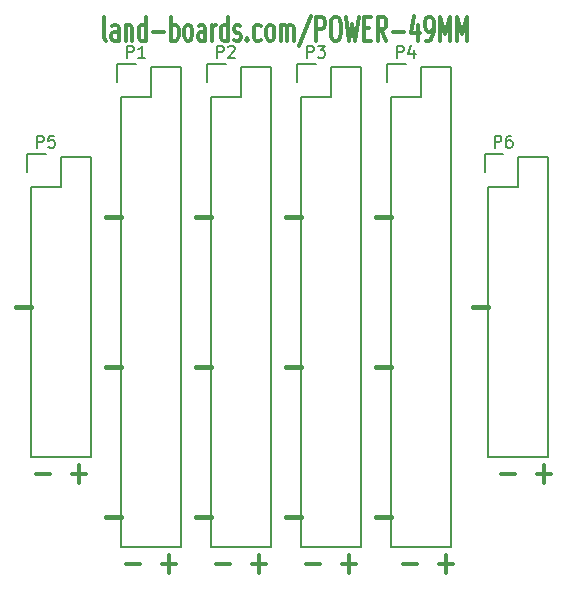
<source format=gto>
G04 #@! TF.FileFunction,Legend,Top*
%FSLAX46Y46*%
G04 Gerber Fmt 4.6, Leading zero omitted, Abs format (unit mm)*
G04 Created by KiCad (PCBNEW (after 2015-mar-04 BZR unknown)-product) date 4/26/2015 5:00:49 PM*
%MOMM*%
G01*
G04 APERTURE LIST*
%ADD10C,0.150000*%
%ADD11C,0.381000*%
%ADD12C,0.304800*%
G04 APERTURE END LIST*
D10*
D11*
X33020000Y-43180000D02*
X31750000Y-43180000D01*
X25400000Y-43180000D02*
X24130000Y-43180000D01*
X17780000Y-43180000D02*
X16510000Y-43180000D01*
X9525000Y-43180000D02*
X8890000Y-43180000D01*
X10160000Y-43180000D02*
X9525000Y-43180000D01*
X41275000Y-25400000D02*
X40005000Y-25400000D01*
X33020000Y-30480000D02*
X31750000Y-30480000D01*
X33020000Y-17780000D02*
X31750000Y-17780000D01*
X25400000Y-30480000D02*
X24130000Y-30480000D01*
X25400000Y-17780000D02*
X24130000Y-17780000D01*
X17780000Y-30480000D02*
X16510000Y-30480000D01*
X17780000Y-17780000D02*
X16510000Y-17780000D01*
X10160000Y-30480000D02*
X8890000Y-30480000D01*
X10160000Y-17780000D02*
X8890000Y-17780000D01*
X2540000Y-25400000D02*
X1270000Y-25400000D01*
D12*
X25835429Y-47135143D02*
X26996572Y-47135143D01*
X28883429Y-47135143D02*
X30044572Y-47135143D01*
X29464001Y-47909238D02*
X29464001Y-46361048D01*
X18215429Y-47135143D02*
X19376572Y-47135143D01*
X21263429Y-47135143D02*
X22424572Y-47135143D01*
X21844001Y-47909238D02*
X21844001Y-46361048D01*
X42345429Y-39515143D02*
X43506572Y-39515143D01*
X45393429Y-39515143D02*
X46554572Y-39515143D01*
X45974001Y-40289238D02*
X45974001Y-38741048D01*
X34090429Y-47135143D02*
X35251572Y-47135143D01*
X37138429Y-47135143D02*
X38299572Y-47135143D01*
X37719001Y-47909238D02*
X37719001Y-46361048D01*
X10595429Y-47135143D02*
X11756572Y-47135143D01*
X13643429Y-47135143D02*
X14804572Y-47135143D01*
X14224001Y-47909238D02*
X14224001Y-46361048D01*
X2975429Y-39515143D02*
X4136572Y-39515143D01*
X6023429Y-39515143D02*
X7184572Y-39515143D01*
X6604001Y-40289238D02*
X6604001Y-38741048D01*
X8950475Y-2824238D02*
X8829522Y-2727476D01*
X8769046Y-2533952D01*
X8769046Y-792238D01*
X9978570Y-2824238D02*
X9978570Y-1759857D01*
X9918093Y-1566333D01*
X9797141Y-1469571D01*
X9555236Y-1469571D01*
X9434284Y-1566333D01*
X9978570Y-2727476D02*
X9857617Y-2824238D01*
X9555236Y-2824238D01*
X9434284Y-2727476D01*
X9373808Y-2533952D01*
X9373808Y-2340429D01*
X9434284Y-2146905D01*
X9555236Y-2050143D01*
X9857617Y-2050143D01*
X9978570Y-1953381D01*
X10583332Y-1469571D02*
X10583332Y-2824238D01*
X10583332Y-1663095D02*
X10643808Y-1566333D01*
X10764761Y-1469571D01*
X10946189Y-1469571D01*
X11067141Y-1566333D01*
X11127618Y-1759857D01*
X11127618Y-2824238D01*
X12276666Y-2824238D02*
X12276666Y-792238D01*
X12276666Y-2727476D02*
X12155713Y-2824238D01*
X11913809Y-2824238D01*
X11792856Y-2727476D01*
X11732380Y-2630714D01*
X11671904Y-2437190D01*
X11671904Y-1856619D01*
X11732380Y-1663095D01*
X11792856Y-1566333D01*
X11913809Y-1469571D01*
X12155713Y-1469571D01*
X12276666Y-1566333D01*
X12881428Y-2050143D02*
X13849047Y-2050143D01*
X14453809Y-2824238D02*
X14453809Y-792238D01*
X14453809Y-1566333D02*
X14574761Y-1469571D01*
X14816666Y-1469571D01*
X14937618Y-1566333D01*
X14998095Y-1663095D01*
X15058571Y-1856619D01*
X15058571Y-2437190D01*
X14998095Y-2630714D01*
X14937618Y-2727476D01*
X14816666Y-2824238D01*
X14574761Y-2824238D01*
X14453809Y-2727476D01*
X15784286Y-2824238D02*
X15663333Y-2727476D01*
X15602857Y-2630714D01*
X15542381Y-2437190D01*
X15542381Y-1856619D01*
X15602857Y-1663095D01*
X15663333Y-1566333D01*
X15784286Y-1469571D01*
X15965714Y-1469571D01*
X16086666Y-1566333D01*
X16147143Y-1663095D01*
X16207619Y-1856619D01*
X16207619Y-2437190D01*
X16147143Y-2630714D01*
X16086666Y-2727476D01*
X15965714Y-2824238D01*
X15784286Y-2824238D01*
X17296191Y-2824238D02*
X17296191Y-1759857D01*
X17235714Y-1566333D01*
X17114762Y-1469571D01*
X16872857Y-1469571D01*
X16751905Y-1566333D01*
X17296191Y-2727476D02*
X17175238Y-2824238D01*
X16872857Y-2824238D01*
X16751905Y-2727476D01*
X16691429Y-2533952D01*
X16691429Y-2340429D01*
X16751905Y-2146905D01*
X16872857Y-2050143D01*
X17175238Y-2050143D01*
X17296191Y-1953381D01*
X17900953Y-2824238D02*
X17900953Y-1469571D01*
X17900953Y-1856619D02*
X17961429Y-1663095D01*
X18021905Y-1566333D01*
X18142858Y-1469571D01*
X18263810Y-1469571D01*
X19231429Y-2824238D02*
X19231429Y-792238D01*
X19231429Y-2727476D02*
X19110476Y-2824238D01*
X18868572Y-2824238D01*
X18747619Y-2727476D01*
X18687143Y-2630714D01*
X18626667Y-2437190D01*
X18626667Y-1856619D01*
X18687143Y-1663095D01*
X18747619Y-1566333D01*
X18868572Y-1469571D01*
X19110476Y-1469571D01*
X19231429Y-1566333D01*
X19775715Y-2727476D02*
X19896667Y-2824238D01*
X20138572Y-2824238D01*
X20259524Y-2727476D01*
X20320000Y-2533952D01*
X20320000Y-2437190D01*
X20259524Y-2243667D01*
X20138572Y-2146905D01*
X19957143Y-2146905D01*
X19836191Y-2050143D01*
X19775715Y-1856619D01*
X19775715Y-1759857D01*
X19836191Y-1566333D01*
X19957143Y-1469571D01*
X20138572Y-1469571D01*
X20259524Y-1566333D01*
X20864286Y-2630714D02*
X20924762Y-2727476D01*
X20864286Y-2824238D01*
X20803810Y-2727476D01*
X20864286Y-2630714D01*
X20864286Y-2824238D01*
X22013334Y-2727476D02*
X21892381Y-2824238D01*
X21650477Y-2824238D01*
X21529524Y-2727476D01*
X21469048Y-2630714D01*
X21408572Y-2437190D01*
X21408572Y-1856619D01*
X21469048Y-1663095D01*
X21529524Y-1566333D01*
X21650477Y-1469571D01*
X21892381Y-1469571D01*
X22013334Y-1566333D01*
X22739048Y-2824238D02*
X22618095Y-2727476D01*
X22557619Y-2630714D01*
X22497143Y-2437190D01*
X22497143Y-1856619D01*
X22557619Y-1663095D01*
X22618095Y-1566333D01*
X22739048Y-1469571D01*
X22920476Y-1469571D01*
X23041428Y-1566333D01*
X23101905Y-1663095D01*
X23162381Y-1856619D01*
X23162381Y-2437190D01*
X23101905Y-2630714D01*
X23041428Y-2727476D01*
X22920476Y-2824238D01*
X22739048Y-2824238D01*
X23706667Y-2824238D02*
X23706667Y-1469571D01*
X23706667Y-1663095D02*
X23767143Y-1566333D01*
X23888096Y-1469571D01*
X24069524Y-1469571D01*
X24190476Y-1566333D01*
X24250953Y-1759857D01*
X24250953Y-2824238D01*
X24250953Y-1759857D02*
X24311429Y-1566333D01*
X24432381Y-1469571D01*
X24613810Y-1469571D01*
X24734762Y-1566333D01*
X24795238Y-1759857D01*
X24795238Y-2824238D01*
X26307143Y-695476D02*
X25218571Y-3308048D01*
X26730476Y-2824238D02*
X26730476Y-792238D01*
X27214285Y-792238D01*
X27335238Y-889000D01*
X27395714Y-985762D01*
X27456190Y-1179286D01*
X27456190Y-1469571D01*
X27395714Y-1663095D01*
X27335238Y-1759857D01*
X27214285Y-1856619D01*
X26730476Y-1856619D01*
X28242381Y-792238D02*
X28484285Y-792238D01*
X28605238Y-889000D01*
X28726190Y-1082524D01*
X28786666Y-1469571D01*
X28786666Y-2146905D01*
X28726190Y-2533952D01*
X28605238Y-2727476D01*
X28484285Y-2824238D01*
X28242381Y-2824238D01*
X28121428Y-2727476D01*
X28000476Y-2533952D01*
X27940000Y-2146905D01*
X27940000Y-1469571D01*
X28000476Y-1082524D01*
X28121428Y-889000D01*
X28242381Y-792238D01*
X29210000Y-792238D02*
X29512381Y-2824238D01*
X29754285Y-1372810D01*
X29996190Y-2824238D01*
X30298571Y-792238D01*
X30782381Y-1759857D02*
X31205714Y-1759857D01*
X31387143Y-2824238D02*
X30782381Y-2824238D01*
X30782381Y-792238D01*
X31387143Y-792238D01*
X32657143Y-2824238D02*
X32233810Y-1856619D01*
X31931429Y-2824238D02*
X31931429Y-792238D01*
X32415238Y-792238D01*
X32536191Y-889000D01*
X32596667Y-985762D01*
X32657143Y-1179286D01*
X32657143Y-1469571D01*
X32596667Y-1663095D01*
X32536191Y-1759857D01*
X32415238Y-1856619D01*
X31931429Y-1856619D01*
X33201429Y-2050143D02*
X34169048Y-2050143D01*
X35318096Y-1469571D02*
X35318096Y-2824238D01*
X35015715Y-695476D02*
X34713334Y-2146905D01*
X35499524Y-2146905D01*
X36043810Y-2824238D02*
X36285715Y-2824238D01*
X36406667Y-2727476D01*
X36467143Y-2630714D01*
X36588096Y-2340429D01*
X36648572Y-1953381D01*
X36648572Y-1179286D01*
X36588096Y-985762D01*
X36527620Y-889000D01*
X36406667Y-792238D01*
X36164763Y-792238D01*
X36043810Y-889000D01*
X35983334Y-985762D01*
X35922858Y-1179286D01*
X35922858Y-1663095D01*
X35983334Y-1856619D01*
X36043810Y-1953381D01*
X36164763Y-2050143D01*
X36406667Y-2050143D01*
X36527620Y-1953381D01*
X36588096Y-1856619D01*
X36648572Y-1663095D01*
X37192858Y-2824238D02*
X37192858Y-792238D01*
X37616191Y-2243667D01*
X38039525Y-792238D01*
X38039525Y-2824238D01*
X38644287Y-2824238D02*
X38644287Y-792238D01*
X39067620Y-2243667D01*
X39490954Y-792238D01*
X39490954Y-2824238D01*
D10*
X15240000Y-45720000D02*
X15240000Y-5080000D01*
X10160000Y-7620000D02*
X10160000Y-45720000D01*
X15240000Y-45720000D02*
X10160000Y-45720000D01*
X15240000Y-5080000D02*
X12700000Y-5080000D01*
X11430000Y-4800000D02*
X9880000Y-4800000D01*
X12700000Y-5080000D02*
X12700000Y-7620000D01*
X12700000Y-7620000D02*
X10160000Y-7620000D01*
X9880000Y-4800000D02*
X9880000Y-6350000D01*
X22860000Y-45720000D02*
X22860000Y-5080000D01*
X17780000Y-7620000D02*
X17780000Y-45720000D01*
X22860000Y-45720000D02*
X17780000Y-45720000D01*
X22860000Y-5080000D02*
X20320000Y-5080000D01*
X19050000Y-4800000D02*
X17500000Y-4800000D01*
X20320000Y-5080000D02*
X20320000Y-7620000D01*
X20320000Y-7620000D02*
X17780000Y-7620000D01*
X17500000Y-4800000D02*
X17500000Y-6350000D01*
X30480000Y-45720000D02*
X30480000Y-5080000D01*
X25400000Y-7620000D02*
X25400000Y-45720000D01*
X30480000Y-45720000D02*
X25400000Y-45720000D01*
X30480000Y-5080000D02*
X27940000Y-5080000D01*
X26670000Y-4800000D02*
X25120000Y-4800000D01*
X27940000Y-5080000D02*
X27940000Y-7620000D01*
X27940000Y-7620000D02*
X25400000Y-7620000D01*
X25120000Y-4800000D02*
X25120000Y-6350000D01*
X38100000Y-45720000D02*
X38100000Y-5080000D01*
X33020000Y-7620000D02*
X33020000Y-45720000D01*
X38100000Y-45720000D02*
X33020000Y-45720000D01*
X38100000Y-5080000D02*
X35560000Y-5080000D01*
X34290000Y-4800000D02*
X32740000Y-4800000D01*
X35560000Y-5080000D02*
X35560000Y-7620000D01*
X35560000Y-7620000D02*
X33020000Y-7620000D01*
X32740000Y-4800000D02*
X32740000Y-6350000D01*
X7620000Y-38100000D02*
X7620000Y-12700000D01*
X2540000Y-15240000D02*
X2540000Y-38100000D01*
X7620000Y-38100000D02*
X2540000Y-38100000D01*
X7620000Y-12700000D02*
X5080000Y-12700000D01*
X3810000Y-12420000D02*
X2260000Y-12420000D01*
X5080000Y-12700000D02*
X5080000Y-15240000D01*
X5080000Y-15240000D02*
X2540000Y-15240000D01*
X2260000Y-12420000D02*
X2260000Y-13970000D01*
X46355000Y-38100000D02*
X46355000Y-12700000D01*
X41275000Y-15240000D02*
X41275000Y-38100000D01*
X46355000Y-38100000D02*
X41275000Y-38100000D01*
X46355000Y-12700000D02*
X43815000Y-12700000D01*
X42545000Y-12420000D02*
X40995000Y-12420000D01*
X43815000Y-12700000D02*
X43815000Y-15240000D01*
X43815000Y-15240000D02*
X41275000Y-15240000D01*
X40995000Y-12420000D02*
X40995000Y-13970000D01*
X10691905Y-4262381D02*
X10691905Y-3262381D01*
X11072858Y-3262381D01*
X11168096Y-3310000D01*
X11215715Y-3357619D01*
X11263334Y-3452857D01*
X11263334Y-3595714D01*
X11215715Y-3690952D01*
X11168096Y-3738571D01*
X11072858Y-3786190D01*
X10691905Y-3786190D01*
X12215715Y-4262381D02*
X11644286Y-4262381D01*
X11930000Y-4262381D02*
X11930000Y-3262381D01*
X11834762Y-3405238D01*
X11739524Y-3500476D01*
X11644286Y-3548095D01*
X18311905Y-4262381D02*
X18311905Y-3262381D01*
X18692858Y-3262381D01*
X18788096Y-3310000D01*
X18835715Y-3357619D01*
X18883334Y-3452857D01*
X18883334Y-3595714D01*
X18835715Y-3690952D01*
X18788096Y-3738571D01*
X18692858Y-3786190D01*
X18311905Y-3786190D01*
X19264286Y-3357619D02*
X19311905Y-3310000D01*
X19407143Y-3262381D01*
X19645239Y-3262381D01*
X19740477Y-3310000D01*
X19788096Y-3357619D01*
X19835715Y-3452857D01*
X19835715Y-3548095D01*
X19788096Y-3690952D01*
X19216667Y-4262381D01*
X19835715Y-4262381D01*
X25931905Y-4262381D02*
X25931905Y-3262381D01*
X26312858Y-3262381D01*
X26408096Y-3310000D01*
X26455715Y-3357619D01*
X26503334Y-3452857D01*
X26503334Y-3595714D01*
X26455715Y-3690952D01*
X26408096Y-3738571D01*
X26312858Y-3786190D01*
X25931905Y-3786190D01*
X26836667Y-3262381D02*
X27455715Y-3262381D01*
X27122381Y-3643333D01*
X27265239Y-3643333D01*
X27360477Y-3690952D01*
X27408096Y-3738571D01*
X27455715Y-3833810D01*
X27455715Y-4071905D01*
X27408096Y-4167143D01*
X27360477Y-4214762D01*
X27265239Y-4262381D01*
X26979524Y-4262381D01*
X26884286Y-4214762D01*
X26836667Y-4167143D01*
X33551905Y-4262381D02*
X33551905Y-3262381D01*
X33932858Y-3262381D01*
X34028096Y-3310000D01*
X34075715Y-3357619D01*
X34123334Y-3452857D01*
X34123334Y-3595714D01*
X34075715Y-3690952D01*
X34028096Y-3738571D01*
X33932858Y-3786190D01*
X33551905Y-3786190D01*
X34980477Y-3595714D02*
X34980477Y-4262381D01*
X34742381Y-3214762D02*
X34504286Y-3929048D01*
X35123334Y-3929048D01*
X3071905Y-11882381D02*
X3071905Y-10882381D01*
X3452858Y-10882381D01*
X3548096Y-10930000D01*
X3595715Y-10977619D01*
X3643334Y-11072857D01*
X3643334Y-11215714D01*
X3595715Y-11310952D01*
X3548096Y-11358571D01*
X3452858Y-11406190D01*
X3071905Y-11406190D01*
X4548096Y-10882381D02*
X4071905Y-10882381D01*
X4024286Y-11358571D01*
X4071905Y-11310952D01*
X4167143Y-11263333D01*
X4405239Y-11263333D01*
X4500477Y-11310952D01*
X4548096Y-11358571D01*
X4595715Y-11453810D01*
X4595715Y-11691905D01*
X4548096Y-11787143D01*
X4500477Y-11834762D01*
X4405239Y-11882381D01*
X4167143Y-11882381D01*
X4071905Y-11834762D01*
X4024286Y-11787143D01*
X41806905Y-11882381D02*
X41806905Y-10882381D01*
X42187858Y-10882381D01*
X42283096Y-10930000D01*
X42330715Y-10977619D01*
X42378334Y-11072857D01*
X42378334Y-11215714D01*
X42330715Y-11310952D01*
X42283096Y-11358571D01*
X42187858Y-11406190D01*
X41806905Y-11406190D01*
X43235477Y-10882381D02*
X43045000Y-10882381D01*
X42949762Y-10930000D01*
X42902143Y-10977619D01*
X42806905Y-11120476D01*
X42759286Y-11310952D01*
X42759286Y-11691905D01*
X42806905Y-11787143D01*
X42854524Y-11834762D01*
X42949762Y-11882381D01*
X43140239Y-11882381D01*
X43235477Y-11834762D01*
X43283096Y-11787143D01*
X43330715Y-11691905D01*
X43330715Y-11453810D01*
X43283096Y-11358571D01*
X43235477Y-11310952D01*
X43140239Y-11263333D01*
X42949762Y-11263333D01*
X42854524Y-11310952D01*
X42806905Y-11358571D01*
X42759286Y-11453810D01*
M02*

</source>
